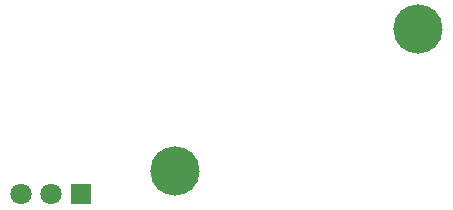
<source format=gbs>
G04 (created by PCBNEW-RS274X (2012-01-19 BZR 3256)-stable) date 3/25/2013 8:41:05 PM*
G01*
G70*
G90*
%MOIN*%
G04 Gerber Fmt 3.4, Leading zero omitted, Abs format*
%FSLAX34Y34*%
G04 APERTURE LIST*
%ADD10C,0.006000*%
%ADD11R,0.070900X0.070900*%
%ADD12C,0.070900*%
%ADD13C,0.164000*%
G04 APERTURE END LIST*
G54D10*
G54D11*
X18913Y-20669D03*
G54D12*
X17913Y-20669D03*
X16913Y-20669D03*
G54D13*
X30118Y-15157D03*
X22047Y-19882D03*
M02*

</source>
